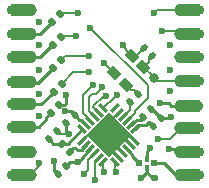
<source format=gbr>
%TF.GenerationSoftware,KiCad,Pcbnew,(6.0.1-0)*%
%TF.CreationDate,2022-02-07T15:37:48-08:00*%
%TF.ProjectId,Untitled,556e7469-746c-4656-942e-6b696361645f,rev?*%
%TF.SameCoordinates,Original*%
%TF.FileFunction,Copper,L1,Top*%
%TF.FilePolarity,Positive*%
%FSLAX46Y46*%
G04 Gerber Fmt 4.6, Leading zero omitted, Abs format (unit mm)*
G04 Created by KiCad (PCBNEW (6.0.1-0)) date 2022-02-07 15:37:48*
%MOMM*%
%LPD*%
G01*
G04 APERTURE LIST*
G04 Aperture macros list*
%AMRoundRect*
0 Rectangle with rounded corners*
0 $1 Rounding radius*
0 $2 $3 $4 $5 $6 $7 $8 $9 X,Y pos of 4 corners*
0 Add a 4 corners polygon primitive as box body*
4,1,4,$2,$3,$4,$5,$6,$7,$8,$9,$2,$3,0*
0 Add four circle primitives for the rounded corners*
1,1,$1+$1,$2,$3*
1,1,$1+$1,$4,$5*
1,1,$1+$1,$6,$7*
1,1,$1+$1,$8,$9*
0 Add four rect primitives between the rounded corners*
20,1,$1+$1,$2,$3,$4,$5,0*
20,1,$1+$1,$4,$5,$6,$7,0*
20,1,$1+$1,$6,$7,$8,$9,0*
20,1,$1+$1,$8,$9,$2,$3,0*%
%AMRotRect*
0 Rectangle, with rotation*
0 The origin of the aperture is its center*
0 $1 length*
0 $2 width*
0 $3 Rotation angle, in degrees counterclockwise*
0 Add horizontal line*
21,1,$1,$2,0,0,$3*%
%AMFreePoly0*
4,1,18,0.825000,-0.500000,-0.825000,-0.500000,-0.825000,-0.495033,-0.904941,-0.493568,-1.040256,-0.451293,-1.158266,-0.372738,-1.249486,-0.264219,-1.306581,-0.134460,-1.324963,0.006109,-1.303152,0.146186,-1.242904,0.274511,-1.149060,0.380769,-1.029165,0.456417,-0.892858,0.495374,-0.825000,0.494959,-0.825000,0.500000,0.825000,0.500000,0.825000,-0.500000,0.825000,-0.500000,$1*%
G04 Aperture macros list end*
%TA.AperFunction,ComponentPad*%
%ADD10C,0.750000*%
%TD*%
%TA.AperFunction,SMDPad,CuDef*%
%ADD11FreePoly0,0.000000*%
%TD*%
%TA.AperFunction,SMDPad,CuDef*%
%ADD12RoundRect,0.140000X0.021213X-0.219203X0.219203X-0.021213X-0.021213X0.219203X-0.219203X0.021213X0*%
%TD*%
%TA.AperFunction,SMDPad,CuDef*%
%ADD13RotRect,0.300000X0.850000X315.000000*%
%TD*%
%TA.AperFunction,SMDPad,CuDef*%
%ADD14RotRect,0.300000X0.850000X225.000000*%
%TD*%
%TA.AperFunction,SMDPad,CuDef*%
%ADD15RotRect,2.650000X2.650000X225.000000*%
%TD*%
%TA.AperFunction,SMDPad,CuDef*%
%ADD16RoundRect,0.147500X-0.017678X0.226274X-0.226274X0.017678X0.017678X-0.226274X0.226274X-0.017678X0*%
%TD*%
%TA.AperFunction,SMDPad,CuDef*%
%ADD17RoundRect,0.140000X-0.021213X0.219203X-0.219203X0.021213X0.021213X-0.219203X0.219203X-0.021213X0*%
%TD*%
%TA.AperFunction,SMDPad,CuDef*%
%ADD18RoundRect,0.147500X0.017678X-0.226274X0.226274X-0.017678X-0.017678X0.226274X-0.226274X0.017678X0*%
%TD*%
%TA.AperFunction,SMDPad,CuDef*%
%ADD19RoundRect,0.140000X0.219203X0.021213X0.021213X0.219203X-0.219203X-0.021213X-0.021213X-0.219203X0*%
%TD*%
%TA.AperFunction,SMDPad,CuDef*%
%ADD20RoundRect,0.147500X-0.226274X-0.017678X-0.017678X-0.226274X0.226274X0.017678X0.017678X0.226274X0*%
%TD*%
%TA.AperFunction,SMDPad,CuDef*%
%ADD21RotRect,0.800000X1.000000X225.000000*%
%TD*%
%TA.AperFunction,SMDPad,CuDef*%
%ADD22R,0.550000X0.550000*%
%TD*%
%TA.AperFunction,SMDPad,CuDef*%
%ADD23R,0.300000X0.500000*%
%TD*%
%TA.AperFunction,SMDPad,CuDef*%
%ADD24FreePoly0,180.000000*%
%TD*%
%TA.AperFunction,ViaPad*%
%ADD25C,0.600000*%
%TD*%
%TA.AperFunction,ViaPad*%
%ADD26C,0.800000*%
%TD*%
%TA.AperFunction,Conductor*%
%ADD27C,0.250000*%
%TD*%
%TA.AperFunction,Conductor*%
%ADD28C,0.200000*%
%TD*%
G04 APERTURE END LIST*
D10*
%TO.P,J11,1,Pin_1*%
%TO.N,SX_DIO3*%
X160000000Y-107000000D03*
X158400000Y-107000000D03*
D11*
%TO.P,J11,11,Pin_1*%
X159162000Y-107000000D03*
%TD*%
D12*
%TO.P,C6,1*%
%TO.N,Net-(C6-Pad1)*%
X155221178Y-106078822D03*
%TO.P,C6,2*%
%TO.N,GND*%
X155900000Y-105400000D03*
%TD*%
D13*
%TO.P,U1,1,VR_PA*%
%TO.N,Net-(C5-Pad1)*%
X154562742Y-107105025D03*
%TO.P,U1,2,VDD_IN*%
%TO.N,Net-(C6-Pad1)*%
X154209188Y-106751472D03*
%TO.P,U1,3,NRESET*%
%TO.N,Net-(U1-Pad3)*%
X153855635Y-106397918D03*
%TO.P,U1,4,XTA*%
%TO.N,Net-(U1-Pad4)*%
X153502082Y-106044365D03*
%TO.P,U1,5,GND*%
%TO.N,GND*%
X153148528Y-105690812D03*
%TO.P,U1,6,XTB*%
%TO.N,unconnected-(U1-Pad6)*%
X152794975Y-105337258D03*
D14*
%TO.P,U1,7,BUSY*%
%TO.N,SX_BUSY*%
X151805025Y-105337258D03*
%TO.P,U1,8,DIO1*%
%TO.N,SX_DIO1*%
X151451472Y-105690812D03*
%TO.P,U1,9,DIO2*%
%TO.N,SX_DIO2*%
X151097918Y-106044365D03*
%TO.P,U1,10,DIO3*%
%TO.N,SX_DIO3*%
X150744365Y-106397918D03*
%TO.P,U1,11,VBAT_IO*%
%TO.N,+3V3*%
X150390812Y-106751472D03*
%TO.P,U1,12,DCC_FB*%
%TO.N,Net-(C6-Pad1)*%
X150037258Y-107105025D03*
D13*
%TO.P,U1,13,GND*%
%TO.N,GND*%
X150037258Y-108094975D03*
%TO.P,U1,14,DCC_SW*%
%TO.N,Net-(L4-Pad2)*%
X150390812Y-108448528D03*
%TO.P,U1,15,VBAT*%
%TO.N,+3V3*%
X150744365Y-108802082D03*
%TO.P,U1,16,MISO_TX*%
%TO.N,Net-(U1-Pad16)*%
X151097918Y-109155635D03*
%TO.P,U1,17,MOSI_RX*%
%TO.N,Net-(U1-Pad17)*%
X151451472Y-109509188D03*
%TO.P,U1,18,SCK_RTSN*%
%TO.N,Net-(U1-Pad18)*%
X151805025Y-109862742D03*
D14*
%TO.P,U1,19,NSS_CTS*%
%TO.N,Net-(U1-Pad19)*%
X152794975Y-109862742D03*
%TO.P,U1,20,GND*%
%TO.N,GND*%
X153148528Y-109509188D03*
%TO.P,U1,21,GND*%
X153502082Y-109155635D03*
%TO.P,U1,22,RFIO*%
%TO.N,Net-(U1-Pad22)*%
X153855635Y-108802082D03*
%TO.P,U1,23,GND*%
%TO.N,GND*%
X154209188Y-108448528D03*
%TO.P,U1,24,GND*%
X154562742Y-108094975D03*
D15*
%TO.P,U1,25*%
X152300000Y-107600000D03*
%TD*%
D16*
%TO.P,R4,1*%
%TO.N,Net-(U1-Pad19)*%
X148327947Y-103257053D03*
%TO.P,R4,2*%
%TO.N,SX_CS*%
X147642053Y-103942947D03*
%TD*%
D10*
%TO.P,J14,1,Pin_1*%
%TO.N,SX_DIO0*%
X160000000Y-101000000D03*
X158400000Y-101000000D03*
D11*
%TO.P,J14,14,Pin_1*%
X159162000Y-101000000D03*
%TD*%
D17*
%TO.P,C8,1*%
%TO.N,+3V3*%
X149400000Y-105900000D03*
%TO.P,C8,2*%
%TO.N,GND*%
X148721178Y-106578822D03*
%TD*%
D10*
%TO.P,J10,1,Pin_1*%
%TO.N,GND*%
X158400000Y-109000000D03*
X160000000Y-109000000D03*
D11*
%TO.P,J10,10,Pin_1*%
X159162000Y-109000000D03*
%TD*%
D10*
%TO.P,J9,1,Pin_1*%
%TO.N,ANT_OUT*%
X158400000Y-111000000D03*
X160000000Y-111000000D03*
D11*
%TO.P,J9,9,Pin_1*%
X159162000Y-111000000D03*
%TD*%
D10*
%TO.P,J15,1,Pin_1*%
%TO.N,SX_DIO1*%
X160000000Y-99000000D03*
X158400000Y-99000000D03*
D11*
%TO.P,J15,15,Pin_1*%
X159162000Y-99000000D03*
%TD*%
D12*
%TO.P,C9,1*%
%TO.N,Net-(C6-Pad1)*%
X147200000Y-107900000D03*
%TO.P,C9,2*%
%TO.N,GND*%
X147878822Y-107221178D03*
%TD*%
D10*
%TO.P,J13,1,Pin_1*%
%TO.N,+3V3*%
X160000000Y-103000000D03*
X158400000Y-103000000D03*
D11*
%TO.P,J13,13,Pin_1*%
X159162000Y-103000000D03*
%TD*%
D10*
%TO.P,J12,1,Pin_1*%
%TO.N,SX_BUSY*%
X158380000Y-105100000D03*
X159980000Y-105100000D03*
D11*
%TO.P,J12,12,Pin_1*%
X159142000Y-105100000D03*
%TD*%
D18*
%TO.P,R5,1*%
%TO.N,SX_RST*%
X147400000Y-105700000D03*
%TO.P,R5,2*%
%TO.N,Net-(U1-Pad3)*%
X148085894Y-105014106D03*
%TD*%
D10*
%TO.P,J16,1,Pin_1*%
%TO.N,SX_DIO2*%
X160000000Y-97000000D03*
X158400000Y-97000000D03*
D11*
%TO.P,J16,16,Pin_1*%
X159162000Y-97000000D03*
%TD*%
D16*
%TO.P,R1,1*%
%TO.N,Net-(U1-Pad16)*%
X148185894Y-97314106D03*
%TO.P,R1,2*%
%TO.N,MISO*%
X147500000Y-98000000D03*
%TD*%
D19*
%TO.P,C12,1*%
%TO.N,+3V3*%
X156000000Y-100900000D03*
%TO.P,C12,2*%
%TO.N,GND*%
X155321178Y-100221178D03*
%TD*%
D12*
%TO.P,C5,1*%
%TO.N,Net-(C5-Pad1)*%
X156060589Y-106839411D03*
%TO.P,C5,2*%
%TO.N,GND*%
X156739411Y-106160589D03*
%TD*%
D17*
%TO.P,C10,1*%
%TO.N,+3V3*%
X148678822Y-110221178D03*
%TO.P,C10,2*%
%TO.N,GND*%
X148000000Y-110900000D03*
%TD*%
D20*
%TO.P,L1,1,1*%
%TO.N,Net-(C6-Pad1)*%
X148314106Y-108314106D03*
%TO.P,L1,2,2*%
%TO.N,Net-(L4-Pad2)*%
X149000000Y-109000000D03*
%TD*%
D17*
%TO.P,C11,1*%
%TO.N,Net-(C11-Pad1)*%
X154778822Y-104121178D03*
%TO.P,C11,2*%
%TO.N,Net-(U1-Pad4)*%
X154100000Y-104800000D03*
%TD*%
D16*
%TO.P,R3,1*%
%TO.N,Net-(U1-Pad18)*%
X148257947Y-101257053D03*
%TO.P,R3,2*%
%TO.N,SCK*%
X147572053Y-101942947D03*
%TD*%
D21*
%TO.P,U2,1,TCXO*%
%TO.N,GND*%
X154247487Y-100862563D03*
%TO.P,U2,2,GND*%
X152762563Y-102347487D03*
%TO.P,U2,3,OUT*%
%TO.N,Net-(C11-Pad1)*%
X153752513Y-103337437D03*
%TO.P,U2,4,Vcc*%
%TO.N,+3V3*%
X155237437Y-101852513D03*
%TD*%
D16*
%TO.P,R2,1*%
%TO.N,Net-(U1-Pad17)*%
X148227947Y-99257053D03*
%TO.P,R2,2*%
%TO.N,MOSI*%
X147542053Y-99942947D03*
%TD*%
D22*
%TO.P,U3,1,IN*%
%TO.N,Net-(U1-Pad22)*%
X154900000Y-110000000D03*
D23*
%TO.P,U3,2,GND*%
%TO.N,GND*%
X155500000Y-110350000D03*
D22*
%TO.P,U3,3,OUT*%
%TO.N,ANT_OUT*%
X156100000Y-110000000D03*
D23*
%TO.P,U3,4,GND*%
%TO.N,GND*%
X155500000Y-109650000D03*
%TD*%
D10*
%TO.P,J5,1,Pin_1*%
%TO.N,SX_CS*%
X145600000Y-105000000D03*
X144000000Y-105000000D03*
D24*
%TO.P,J5,5,Pin_1*%
X144838000Y-105000000D03*
%TD*%
D10*
%TO.P,J3,1,Pin_1*%
%TO.N,MOSI*%
X144000000Y-101000000D03*
X145600000Y-101000000D03*
D24*
%TO.P,J3,3,Pin_1*%
X144838000Y-101000000D03*
%TD*%
D10*
%TO.P,J4,1,Pin_1*%
%TO.N,SCK*%
X145600000Y-103140000D03*
X144000000Y-103140000D03*
D24*
%TO.P,J4,4,Pin_1*%
X144838000Y-103140000D03*
%TD*%
D10*
%TO.P,J6,1,Pin_1*%
%TO.N,SX_RST*%
X145600000Y-106900000D03*
X144000000Y-106900000D03*
D24*
%TO.P,J6,6,Pin_1*%
X144838000Y-106900000D03*
%TD*%
D10*
%TO.P,J2,1,Pin_1*%
%TO.N,MISO*%
X145600000Y-99000000D03*
X144000000Y-99000000D03*
D24*
%TO.P,J2,2,Pin_1*%
X144838000Y-99000000D03*
%TD*%
D10*
%TO.P,J8,1,Pin_1*%
%TO.N,GND*%
X145600000Y-111000000D03*
X144000000Y-111000000D03*
D24*
%TO.P,J8,8,Pin_1*%
X144838000Y-111000000D03*
%TD*%
D10*
%TO.P,J1,1,Pin_1*%
%TO.N,GND*%
X144000000Y-97000000D03*
D24*
X144838000Y-97000000D03*
D10*
X145600000Y-97000000D03*
%TD*%
%TO.P,J7,1,Pin_1*%
%TO.N,unconnected-(J7-Pad1)*%
X144000000Y-109000000D03*
X145600000Y-109000000D03*
D24*
%TO.P,J7,7,Pin_1*%
X144838000Y-109000000D03*
%TD*%
D25*
%TO.N,+3V3*%
X148600000Y-105600000D03*
%TO.N,GND*%
X155000000Y-111200000D03*
X153500000Y-107600000D03*
X156200000Y-111200000D03*
X146400000Y-98000000D03*
X157600000Y-106100000D03*
X146400000Y-102100000D03*
X146400000Y-104100000D03*
X152300000Y-108800000D03*
X153500000Y-100000000D03*
X146400000Y-106000000D03*
X151900000Y-101500000D03*
X155800000Y-108700000D03*
X157400000Y-108800000D03*
X148900000Y-107500000D03*
X157500000Y-100000000D03*
X152300000Y-106500000D03*
X152300000Y-107700000D03*
X151200000Y-107600000D03*
X157500000Y-102100000D03*
X157500000Y-103900000D03*
X146400000Y-110000000D03*
X146400000Y-100000000D03*
X147700000Y-109800000D03*
D26*
%TO.N,+3V3*%
X156100000Y-102800000D03*
D25*
X149700000Y-109900000D03*
%TO.N,Net-(U1-Pad16)*%
X150200000Y-110900000D03*
X149700000Y-97300000D03*
%TO.N,Net-(U1-Pad17)*%
X149500000Y-99200000D03*
X151100000Y-111400000D03*
%TO.N,Net-(U1-Pad18)*%
X150600000Y-100900000D03*
X151900000Y-110700000D03*
%TO.N,Net-(U1-Pad19)*%
X152900000Y-110700000D03*
X150600469Y-102300000D03*
%TO.N,Net-(U1-Pad3)*%
X148700000Y-104200000D03*
X150700000Y-98500000D03*
%TO.N,SX_BUSY*%
X156640835Y-104897033D03*
X153000000Y-104200000D03*
%TO.N,SX_DIO1*%
X152085383Y-104258333D03*
X156799500Y-98800000D03*
%TO.N,SX_DIO2*%
X151700000Y-103500000D03*
X156100000Y-97300000D03*
%TO.N,SX_DIO3*%
X150937283Y-103372360D03*
X156500000Y-107900000D03*
%TD*%
D27*
%TO.N,+3V3*%
X148600000Y-105600000D02*
X149100000Y-105600000D01*
X149100000Y-105600000D02*
X149400000Y-105900000D01*
X149400000Y-105900000D02*
X149800000Y-106300000D01*
X149800000Y-106300000D02*
X149939340Y-106300000D01*
X149939340Y-106300000D02*
X150390812Y-106751472D01*
%TO.N,GND*%
X148721178Y-106578822D02*
X148721178Y-107321178D01*
X148721178Y-107321178D02*
X148900000Y-107500000D01*
%TO.N,SX_RST*%
X147400000Y-105700000D02*
X147024511Y-106075489D01*
X147024511Y-106075489D02*
X147024511Y-106258682D01*
X147024511Y-106258682D02*
X146383193Y-106900000D01*
X146383193Y-106900000D02*
X145600000Y-106900000D01*
%TO.N,Net-(U1-Pad3)*%
X148700000Y-104200000D02*
X148700000Y-104900000D01*
X148700000Y-104900000D02*
X148585894Y-105014106D01*
X148585894Y-105014106D02*
X148085894Y-105014106D01*
%TO.N,GND*%
X156739411Y-106160589D02*
X157539411Y-106160589D01*
X157539411Y-106160589D02*
X157600000Y-106100000D01*
X155900000Y-105400000D02*
X155978822Y-105400000D01*
X155978822Y-105400000D02*
X156739411Y-106160589D01*
%TO.N,Net-(C6-Pad1)*%
X147200000Y-107900000D02*
X147614106Y-108314106D01*
X147614106Y-108314106D02*
X148314106Y-108314106D01*
%TO.N,SX_BUSY*%
X156640835Y-104897033D02*
X157397033Y-104897033D01*
X157600000Y-105100000D02*
X158380000Y-105100000D01*
X157397033Y-104897033D02*
X157600000Y-105100000D01*
%TO.N,Net-(C5-Pad1)*%
X155698673Y-106498673D02*
X155434802Y-106762544D01*
X155434802Y-106762544D02*
X154913024Y-106762544D01*
X154900000Y-106749520D02*
X154562742Y-107086778D01*
X154913024Y-106762544D02*
X154900000Y-106749520D01*
X156039411Y-106839411D02*
X155698673Y-106498673D01*
X156060589Y-106839411D02*
X156039411Y-106839411D01*
X154562742Y-107086778D02*
X154562742Y-107105025D01*
%TO.N,GND*%
X152300000Y-107953553D02*
X152300000Y-107700000D01*
D28*
X146400000Y-110000000D02*
X146400000Y-110200000D01*
X154637437Y-100862563D02*
X154247487Y-100862563D01*
D27*
X155000000Y-111200000D02*
X155500000Y-110700000D01*
X154492712Y-108094975D02*
X153997737Y-107600000D01*
D28*
X150071934Y-108094975D02*
X150566909Y-107600000D01*
D27*
X156000000Y-111200000D02*
X155500000Y-110700000D01*
X153460660Y-107700000D02*
X152300000Y-107700000D01*
X153148528Y-109509188D02*
X152439340Y-108800000D01*
X152439340Y-108800000D02*
X152300000Y-108800000D01*
X151200000Y-107600000D02*
X152300000Y-107600000D01*
X153502082Y-109155635D02*
X152300000Y-107953553D01*
D28*
X146400000Y-110200000D02*
X145600000Y-111000000D01*
D27*
X154562742Y-108094975D02*
X154492712Y-108094975D01*
X157400000Y-108800000D02*
X159038000Y-108800000D01*
D28*
X152315076Y-101900000D02*
X152762563Y-102347487D01*
D27*
X156200000Y-111200000D02*
X156000000Y-111200000D01*
D28*
X150566909Y-107600000D02*
X151200000Y-107600000D01*
X152300000Y-101900000D02*
X152315076Y-101900000D01*
X153800000Y-100300000D02*
X153800000Y-100415076D01*
X153148528Y-105690812D02*
X153109188Y-105690812D01*
X148900000Y-107500000D02*
X148157644Y-107500000D01*
D27*
X153997737Y-107600000D02*
X153500000Y-107600000D01*
D28*
X153800000Y-100415076D02*
X154247487Y-100862563D01*
D27*
X155800000Y-108700000D02*
X155500000Y-109000000D01*
X148000000Y-110900000D02*
X147700000Y-110600000D01*
X159038000Y-108800000D02*
X159238000Y-109000000D01*
X147700000Y-110600000D02*
X147700000Y-109800000D01*
D28*
X155278822Y-100221178D02*
X154637437Y-100862563D01*
X155321178Y-100221178D02*
X155278822Y-100221178D01*
X151900000Y-101500000D02*
X152300000Y-101900000D01*
X150037258Y-108094975D02*
X150071934Y-108094975D01*
D27*
X154209188Y-108448528D02*
X153460660Y-107700000D01*
D28*
X153500000Y-100000000D02*
X153800000Y-100300000D01*
X148157644Y-107500000D02*
X147878822Y-107221178D01*
X153109188Y-105690812D02*
X152300000Y-106500000D01*
D27*
X155500000Y-109000000D02*
X155500000Y-109650000D01*
X145700000Y-110700000D02*
X145400000Y-111000000D01*
X155500000Y-110700000D02*
X155500000Y-110350000D01*
%TO.N,Net-(C6-Pad1)*%
X155221178Y-106078822D02*
X155000000Y-106300000D01*
X148314106Y-108314106D02*
X148828177Y-108314106D01*
X155000000Y-106300000D02*
X154660660Y-106300000D01*
X148828177Y-108314106D02*
X150037258Y-107105025D01*
X154660660Y-106300000D02*
X154209188Y-106751472D01*
D28*
%TO.N,+3V3*%
X156100000Y-102715076D02*
X155237437Y-101852513D01*
D27*
X150744365Y-108802082D02*
X150000000Y-109546447D01*
X150000000Y-109600000D02*
X149700000Y-109900000D01*
D28*
X155700000Y-101389950D02*
X155237437Y-101852513D01*
D27*
X150000000Y-109546447D02*
X150000000Y-109600000D01*
D28*
X158400000Y-103000000D02*
X156300000Y-103000000D01*
X155700000Y-101200000D02*
X155700000Y-101389950D01*
D27*
X149700000Y-109900000D02*
X149000000Y-109900000D01*
X149000000Y-109900000D02*
X148678822Y-110221178D01*
D28*
X156000000Y-100900000D02*
X155700000Y-101200000D01*
X156100000Y-102800000D02*
X156100000Y-102715076D01*
X156300000Y-103000000D02*
X156100000Y-102800000D01*
D27*
X158500000Y-103100000D02*
X158700000Y-103100000D01*
D28*
%TO.N,Net-(C11-Pad1)*%
X154457644Y-103800000D02*
X154215076Y-103800000D01*
X154778822Y-104121178D02*
X154457644Y-103800000D01*
X154215076Y-103800000D02*
X153752513Y-103337437D01*
%TO.N,Net-(U1-Pad4)*%
X154100000Y-105446447D02*
X153502082Y-106044365D01*
X154100000Y-104800000D02*
X154100000Y-105446447D01*
D27*
%TO.N,Net-(L4-Pad2)*%
X149300000Y-108700000D02*
X149000000Y-109000000D01*
X150390812Y-108448528D02*
X150013259Y-108826081D01*
X150013259Y-108826081D02*
X149626081Y-108826081D01*
X149626081Y-108826081D02*
X149500000Y-108700000D01*
X149500000Y-108700000D02*
X149300000Y-108700000D01*
D28*
%TO.N,Net-(U1-Pad16)*%
X148200000Y-97300000D02*
X148185894Y-97314106D01*
X151097918Y-109155635D02*
X150558723Y-109694830D01*
X150558723Y-110541277D02*
X150200000Y-110900000D01*
X149700000Y-97300000D02*
X148200000Y-97300000D01*
X150558723Y-109694830D02*
X150558723Y-110541277D01*
D27*
%TO.N,MISO*%
X146500000Y-99000000D02*
X145400000Y-99000000D01*
X147515000Y-98000000D02*
X147500000Y-98000000D01*
X147500000Y-98000000D02*
X146500000Y-99000000D01*
D28*
%TO.N,Net-(U1-Pad17)*%
X149500000Y-99200000D02*
X148285000Y-99200000D01*
X151098919Y-109861741D02*
X151098919Y-111298919D01*
X151451472Y-109509188D02*
X151098919Y-109861741D01*
X151100000Y-111300000D02*
X151100000Y-111400000D01*
X148285000Y-99200000D02*
X148227947Y-99257053D01*
X151098919Y-111298919D02*
X151100000Y-111300000D01*
D27*
%TO.N,MOSI*%
X146500000Y-101000000D02*
X145400000Y-101000000D01*
X147500000Y-100000000D02*
X146500000Y-101000000D01*
X147515000Y-100000000D02*
X147500000Y-100000000D01*
D28*
%TO.N,Net-(U1-Pad18)*%
X151805025Y-110605025D02*
X151900000Y-110700000D01*
X151805025Y-109862742D02*
X151805025Y-110605025D01*
X150600000Y-100900000D02*
X148615000Y-100900000D01*
X148615000Y-100900000D02*
X148257947Y-101257053D01*
D27*
%TO.N,SCK*%
X146300000Y-103200000D02*
X145300000Y-103200000D01*
X147515000Y-102000000D02*
X147500000Y-102000000D01*
X147500000Y-102000000D02*
X146300000Y-103200000D01*
D28*
%TO.N,Net-(U1-Pad19)*%
X152794975Y-109862742D02*
X152794975Y-110594975D01*
X149285000Y-102300000D02*
X148327947Y-103257053D01*
X152794975Y-110594975D02*
X152900000Y-110700000D01*
X150600469Y-102300000D02*
X149285000Y-102300000D01*
D27*
%TO.N,SX_CS*%
X147515000Y-104085000D02*
X146600000Y-105000000D01*
X146600000Y-105000000D02*
X144762000Y-105000000D01*
X147515000Y-104000000D02*
X147515000Y-104085000D01*
D28*
%TO.N,Net-(U1-Pad3)*%
X155600000Y-103400000D02*
X150700000Y-98500000D01*
X154499520Y-105754033D02*
X154499520Y-105600480D01*
X155600000Y-104500000D02*
X155600000Y-103400000D01*
X154499520Y-105600480D02*
X155600000Y-104500000D01*
X153855635Y-106397918D02*
X154499520Y-105754033D01*
%TO.N,SX_BUSY*%
X152400000Y-104800000D02*
X153000000Y-104200000D01*
X151805025Y-105337258D02*
X152342283Y-104800000D01*
X152342283Y-104800000D02*
X152400000Y-104800000D01*
%TO.N,SX_DIO1*%
X151859324Y-104258333D02*
X151000000Y-105117657D01*
X158200000Y-98800000D02*
X158400000Y-99000000D01*
X151000000Y-105117657D02*
X151000000Y-105239340D01*
X151000000Y-105239340D02*
X151451472Y-105690812D01*
X152085383Y-104258333D02*
X151859324Y-104258333D01*
X156799500Y-98800000D02*
X158200000Y-98800000D01*
%TO.N,SX_DIO2*%
X150600480Y-105546927D02*
X150600480Y-104400480D01*
X150600480Y-105546927D02*
X151097918Y-106044365D01*
X156100000Y-97300000D02*
X156400000Y-97000000D01*
X151700000Y-103600000D02*
X151700000Y-103500000D01*
X150600000Y-104400000D02*
X150900000Y-104100000D01*
X150900000Y-104100000D02*
X151200000Y-104100000D01*
X156400000Y-97000000D02*
X158400000Y-97000000D01*
X151200000Y-104100000D02*
X151700000Y-103600000D01*
X150600480Y-104400480D02*
X150600000Y-104400000D01*
%TO.N,SX_DIO3*%
X150100000Y-105753553D02*
X150100000Y-104209643D01*
X157500000Y-107900000D02*
X158400000Y-107000000D01*
X156500000Y-107900000D02*
X157500000Y-107900000D01*
X150100000Y-104209643D02*
X150937283Y-103372360D01*
X150744365Y-106397918D02*
X150100000Y-105753553D01*
D27*
%TO.N,Net-(U1-Pad22)*%
X154300000Y-109246447D02*
X154300000Y-109400000D01*
X154900000Y-109900000D02*
X154900000Y-110000000D01*
X154900000Y-110000000D02*
X154300000Y-109400000D01*
X153855635Y-108802082D02*
X154300000Y-109246447D01*
%TO.N,ANT_OUT*%
X159238000Y-111000000D02*
X158000000Y-111000000D01*
X158000000Y-111000000D02*
X157000000Y-110000000D01*
X157000000Y-110000000D02*
X156100000Y-110000000D01*
%TD*%
M02*

</source>
